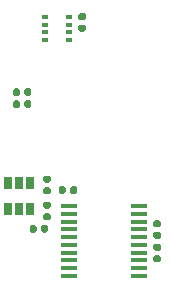
<source format=gtp>
G04 #@! TF.GenerationSoftware,KiCad,Pcbnew,5.1.10-88a1d61d58~90~ubuntu20.04.1*
G04 #@! TF.CreationDate,2021-10-26T15:32:18+01:00*
G04 #@! TF.ProjectId,THP,5448502e-6b69-4636-9164-5f7063625858,rev?*
G04 #@! TF.SameCoordinates,Original*
G04 #@! TF.FileFunction,Paste,Top*
G04 #@! TF.FilePolarity,Positive*
%FSLAX46Y46*%
G04 Gerber Fmt 4.6, Leading zero omitted, Abs format (unit mm)*
G04 Created by KiCad (PCBNEW 5.1.10-88a1d61d58~90~ubuntu20.04.1) date 2021-10-26 15:32:18*
%MOMM*%
%LPD*%
G01*
G04 APERTURE LIST*
%ADD10R,0.650000X1.060000*%
%ADD11R,0.500000X0.350000*%
%ADD12R,1.450000X0.450000*%
G04 APERTURE END LIST*
D10*
X3240000Y-15400000D03*
X2290000Y-15400000D03*
X1340000Y-15400000D03*
X1340000Y-17600000D03*
X3240000Y-17600000D03*
X2290000Y-17600000D03*
G36*
G01*
X6220000Y-15807500D02*
X6220000Y-16152500D01*
G75*
G02*
X6072500Y-16300000I-147500J0D01*
G01*
X5777500Y-16300000D01*
G75*
G02*
X5630000Y-16152500I0J147500D01*
G01*
X5630000Y-15807500D01*
G75*
G02*
X5777500Y-15660000I147500J0D01*
G01*
X6072500Y-15660000D01*
G75*
G02*
X6220000Y-15807500I0J-147500D01*
G01*
G37*
G36*
G01*
X7190000Y-15807500D02*
X7190000Y-16152500D01*
G75*
G02*
X7042500Y-16300000I-147500J0D01*
G01*
X6747500Y-16300000D01*
G75*
G02*
X6600000Y-16152500I0J147500D01*
G01*
X6600000Y-15807500D01*
G75*
G02*
X6747500Y-15660000I147500J0D01*
G01*
X7042500Y-15660000D01*
G75*
G02*
X7190000Y-15807500I0J-147500D01*
G01*
G37*
G36*
G01*
X3760000Y-19077500D02*
X3760000Y-19422500D01*
G75*
G02*
X3612500Y-19570000I-147500J0D01*
G01*
X3317500Y-19570000D01*
G75*
G02*
X3170000Y-19422500I0J147500D01*
G01*
X3170000Y-19077500D01*
G75*
G02*
X3317500Y-18930000I147500J0D01*
G01*
X3612500Y-18930000D01*
G75*
G02*
X3760000Y-19077500I0J-147500D01*
G01*
G37*
G36*
G01*
X4730000Y-19077500D02*
X4730000Y-19422500D01*
G75*
G02*
X4582500Y-19570000I-147500J0D01*
G01*
X4287500Y-19570000D01*
G75*
G02*
X4140000Y-19422500I0J147500D01*
G01*
X4140000Y-19077500D01*
G75*
G02*
X4287500Y-18930000I147500J0D01*
G01*
X4582500Y-18930000D01*
G75*
G02*
X4730000Y-19077500I0J-147500D01*
G01*
G37*
G36*
G01*
X7792500Y-1588000D02*
X7447500Y-1588000D01*
G75*
G02*
X7300000Y-1440500I0J147500D01*
G01*
X7300000Y-1145500D01*
G75*
G02*
X7447500Y-998000I147500J0D01*
G01*
X7792500Y-998000D01*
G75*
G02*
X7940000Y-1145500I0J-147500D01*
G01*
X7940000Y-1440500D01*
G75*
G02*
X7792500Y-1588000I-147500J0D01*
G01*
G37*
G36*
G01*
X7792500Y-2558000D02*
X7447500Y-2558000D01*
G75*
G02*
X7300000Y-2410500I0J147500D01*
G01*
X7300000Y-2115500D01*
G75*
G02*
X7447500Y-1968000I147500J0D01*
G01*
X7792500Y-1968000D01*
G75*
G02*
X7940000Y-2115500I0J-147500D01*
G01*
X7940000Y-2410500D01*
G75*
G02*
X7792500Y-2558000I-147500J0D01*
G01*
G37*
D11*
X4475000Y-3275000D03*
X4475000Y-2625000D03*
X4475000Y-1975000D03*
X4475000Y-1325000D03*
X6524999Y-1325000D03*
X6524999Y-1975000D03*
X6524999Y-2625000D03*
X6524999Y-3275000D03*
G36*
G01*
X1755000Y-8882500D02*
X1755000Y-8537500D01*
G75*
G02*
X1902500Y-8390000I147500J0D01*
G01*
X2197500Y-8390000D01*
G75*
G02*
X2345000Y-8537500I0J-147500D01*
G01*
X2345000Y-8882500D01*
G75*
G02*
X2197500Y-9030000I-147500J0D01*
G01*
X1902500Y-9030000D01*
G75*
G02*
X1755000Y-8882500I0J147500D01*
G01*
G37*
G36*
G01*
X2725000Y-8882500D02*
X2725000Y-8537500D01*
G75*
G02*
X2872500Y-8390000I147500J0D01*
G01*
X3167500Y-8390000D01*
G75*
G02*
X3315000Y-8537500I0J-147500D01*
G01*
X3315000Y-8882500D01*
G75*
G02*
X3167500Y-9030000I-147500J0D01*
G01*
X2872500Y-9030000D01*
G75*
G02*
X2725000Y-8882500I0J147500D01*
G01*
G37*
G36*
G01*
X1765000Y-7852500D02*
X1765000Y-7507500D01*
G75*
G02*
X1912500Y-7360000I147500J0D01*
G01*
X2207500Y-7360000D01*
G75*
G02*
X2355000Y-7507500I0J-147500D01*
G01*
X2355000Y-7852500D01*
G75*
G02*
X2207500Y-8000000I-147500J0D01*
G01*
X1912500Y-8000000D01*
G75*
G02*
X1765000Y-7852500I0J147500D01*
G01*
G37*
G36*
G01*
X2735000Y-7852500D02*
X2735000Y-7507500D01*
G75*
G02*
X2882500Y-7360000I147500J0D01*
G01*
X3177500Y-7360000D01*
G75*
G02*
X3325000Y-7507500I0J-147500D01*
G01*
X3325000Y-7852500D01*
G75*
G02*
X3177500Y-8000000I-147500J0D01*
G01*
X2882500Y-8000000D01*
G75*
G02*
X2735000Y-7852500I0J147500D01*
G01*
G37*
G36*
G01*
X4822500Y-17560000D02*
X4477500Y-17560000D01*
G75*
G02*
X4330000Y-17412500I0J147500D01*
G01*
X4330000Y-17117500D01*
G75*
G02*
X4477500Y-16970000I147500J0D01*
G01*
X4822500Y-16970000D01*
G75*
G02*
X4970000Y-17117500I0J-147500D01*
G01*
X4970000Y-17412500D01*
G75*
G02*
X4822500Y-17560000I-147500J0D01*
G01*
G37*
G36*
G01*
X4822500Y-18530000D02*
X4477500Y-18530000D01*
G75*
G02*
X4330000Y-18382500I0J147500D01*
G01*
X4330000Y-18087500D01*
G75*
G02*
X4477500Y-17940000I147500J0D01*
G01*
X4822500Y-17940000D01*
G75*
G02*
X4970000Y-18087500I0J-147500D01*
G01*
X4970000Y-18382500D01*
G75*
G02*
X4822500Y-18530000I-147500J0D01*
G01*
G37*
G36*
G01*
X13797500Y-19517000D02*
X14142500Y-19517000D01*
G75*
G02*
X14290000Y-19664500I0J-147500D01*
G01*
X14290000Y-19959500D01*
G75*
G02*
X14142500Y-20107000I-147500J0D01*
G01*
X13797500Y-20107000D01*
G75*
G02*
X13650000Y-19959500I0J147500D01*
G01*
X13650000Y-19664500D01*
G75*
G02*
X13797500Y-19517000I147500J0D01*
G01*
G37*
G36*
G01*
X13797500Y-18547000D02*
X14142500Y-18547000D01*
G75*
G02*
X14290000Y-18694500I0J-147500D01*
G01*
X14290000Y-18989500D01*
G75*
G02*
X14142500Y-19137000I-147500J0D01*
G01*
X13797500Y-19137000D01*
G75*
G02*
X13650000Y-18989500I0J147500D01*
G01*
X13650000Y-18694500D01*
G75*
G02*
X13797500Y-18547000I147500J0D01*
G01*
G37*
D12*
X12410000Y-17365000D03*
X12410000Y-18015000D03*
X12410000Y-18665000D03*
X12410000Y-19315000D03*
X12410000Y-19965000D03*
X12410000Y-20615000D03*
X12410000Y-21265000D03*
X12410000Y-21915000D03*
X12410000Y-22565000D03*
X12410000Y-23215000D03*
X6510000Y-23215000D03*
X6510000Y-22565000D03*
X6510000Y-21915000D03*
X6510000Y-21265000D03*
X6510000Y-20615000D03*
X6510000Y-19965000D03*
X6510000Y-19315000D03*
X6510000Y-18665000D03*
X6510000Y-18015000D03*
X6510000Y-17365000D03*
G36*
G01*
X13797500Y-21503000D02*
X14142500Y-21503000D01*
G75*
G02*
X14290000Y-21650500I0J-147500D01*
G01*
X14290000Y-21945500D01*
G75*
G02*
X14142500Y-22093000I-147500J0D01*
G01*
X13797500Y-22093000D01*
G75*
G02*
X13650000Y-21945500I0J147500D01*
G01*
X13650000Y-21650500D01*
G75*
G02*
X13797500Y-21503000I147500J0D01*
G01*
G37*
G36*
G01*
X13797500Y-20533000D02*
X14142500Y-20533000D01*
G75*
G02*
X14290000Y-20680500I0J-147500D01*
G01*
X14290000Y-20975500D01*
G75*
G02*
X14142500Y-21123000I-147500J0D01*
G01*
X13797500Y-21123000D01*
G75*
G02*
X13650000Y-20975500I0J147500D01*
G01*
X13650000Y-20680500D01*
G75*
G02*
X13797500Y-20533000I147500J0D01*
G01*
G37*
G36*
G01*
X4802500Y-15360000D02*
X4457500Y-15360000D01*
G75*
G02*
X4310000Y-15212500I0J147500D01*
G01*
X4310000Y-14917500D01*
G75*
G02*
X4457500Y-14770000I147500J0D01*
G01*
X4802500Y-14770000D01*
G75*
G02*
X4950000Y-14917500I0J-147500D01*
G01*
X4950000Y-15212500D01*
G75*
G02*
X4802500Y-15360000I-147500J0D01*
G01*
G37*
G36*
G01*
X4802500Y-16330000D02*
X4457500Y-16330000D01*
G75*
G02*
X4310000Y-16182500I0J147500D01*
G01*
X4310000Y-15887500D01*
G75*
G02*
X4457500Y-15740000I147500J0D01*
G01*
X4802500Y-15740000D01*
G75*
G02*
X4950000Y-15887500I0J-147500D01*
G01*
X4950000Y-16182500D01*
G75*
G02*
X4802500Y-16330000I-147500J0D01*
G01*
G37*
M02*

</source>
